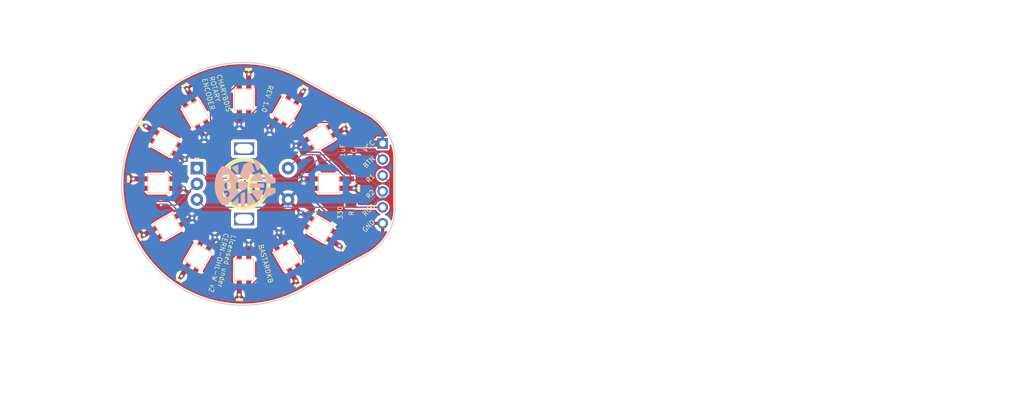
<source format=kicad_pcb>
(kicad_pcb (version 20211014) (generator pcbnew)
  (title_block (title "BastardKB Blackpill Holder") (date "2022-01-20") (rev "1.2"))
  (layers (0 "F.Cu" signal) (31 "B.Cu" signal) (34 "B.Paste" user) (35 "F.Paste" user) (36 "B.SilkS" user "B.Silkscreen") (37 "F.SilkS" user "F.Silkscreen") (38 "B.Mask" user) (39 "F.Mask" user) (44 "Edge.Cuts" user))
  (net 0 "")
  (net 1 "Vcc")
  (net 2 "Gnd")
  (net 3 "Net-(D1-Pad3)")
  (net 4 "Net-(D1-Pad1)")
  (net 5 "Net-(D3-Pad1)")
  (net 6 "rgb")
  (net 7 "Net-(D7-Pad1)")
  (net 8 "Net-(D12-Pad1)")
  (net 9 "Net-(D8-Pad1)")
  (net 10 "Net-(D11-Pad3)")
  (net 11 "Net-(D2-Pad1)")
  (net 12 "Net-(D2-Pad3)")
  (net 13 "Net-(D4-Pad1)")
  (net 14 "Net-(D10-Pad3)")
  (net 15 "Net-(D10-Pad1)")
  (net 16 "button")
  (net 17 "r1")
  (net 18 "r2")
  (footprint "Library:YS-SK6812MINI-E" (layer "F.Cu") (at 40.4 50.4 -150)
    (fp_text reference "D12" hide)
    (fp_text value "SK6812MINI")
    (fp_line (start -1.7 -1.5) (end -1.7 1.5) (layer "Edge.Cuts") (width 0.12))
    (fp_line (start 1.7 1.5) (end 1.7 -1.5) (layer "Edge.Cuts") (width 0.12))
    (fp_line (start 1.7 -1.5) (end -1.7 -1.5) (layer "Edge.Cuts") (width 0.12))
    (fp_line (start -1.7 1.5) (end 1.7 1.5) (layer "Edge.Cuts") (width 0.12))
    (pad "1" smd rect (at 2.8 -0.75 210) (size 2.4 0.82) (layers "F.Cu" "F.Paste" "F.Mask") (net 8 "Net-(D12-Pad1)"))
    (pad "2" thru_hole circle (at 4 0.75 210) (size 0.8 0.8) (drill 0.4) (layers *.Cu *.Mask) (net 2 "Gnd"))
    (pad "2" smd rect (at 2.8 0.75 210) (size 2.4 0.82) (layers "F.Cu" "F.Paste" "F.Mask") (net 2 "Gnd"))
    (pad "3" smd rect (at -2.8 0.75 210) (size 2.4 0.82) (layers "F.Cu" "F.Paste" "F.Mask") (net 15 "Net-(D10-Pad1)"))
    (pad "4" thru_hole circle (at -4 -0.75 210) (size 0.8 0.8) (drill 0.4) (layers *.Cu *.Mask) (net 1 "Vcc"))
    (pad "4" smd rect (at -2.8 -0.75 210) (size 2.4 0.82) (layers "F.Cu" "F.Paste" "F.Mask") (net 1 "Vcc"))
  )
  (footprint "Library:RotaryEncoder_Alps_EC11E-Switch_Vertical_H20mm" (layer "F.Cu") (at 52.5 43.6)
    (fp_text reference "SW1" hide)
    (fp_text value "RotaryEncoder_Switch")
    (pad "A" thru_hole rect locked (at -7.5 -2.5) (size 2 2) (drill 1) (layers *.Cu *.Mask) (net 18 "r2"))
    (pad "B" thru_hole circle locked (at -7.5 2.5) (size 2 2) (drill 1) (layers *.Cu *.Mask) (net 17 "r1"))
    (pad "C" thru_hole circle locked (at -7.5 0) (size 2 2) (drill 1) (layers *.Cu *.Mask) (net 2 "Gnd"))
    (pad "MP" thru_hole rect locked (at 0 -5.6) (size 3.2 2) (drill oval 2.8 1.5) (layers *.Cu *.Mask))
    (pad "MP" thru_hole rect locked (at 0 5.6) (size 3.2 2) (drill oval 2.8 1.5) (layers *.Cu *.Mask))
    (pad "S1" thru_hole circle locked (at 7 2.5) (size 2 2) (drill 1) (layers *.Cu *.Mask) (net 1 "Vcc"))
    (pad "S2" thru_hole circle locked (at 7 -2.5) (size 2 2) (drill 1) (layers *.Cu *.Mask) (net 16 "button"))
  )
  (footprint "LOGO" (layer "F.Cu") (at 52.55 43.58)
    (fp_text reference "G***" hide)
    (fp_text value "LOGO" hide)
  )
  (footprint "Library:YS-SK6812MINI-E" (layer "F.Cu") (at 64.6 36.2 30)
    (fp_text reference "D3" hide)
    (fp_text value "SK6812MINI")
    (fp_line (start 1.7 1.5) (end 1.7 -1.5) (layer "Edge.Cuts") (width 0.12))
    (fp_line (start 1.7 -1.5) (end -1.7 -1.5) (layer "Edge.Cuts") (width 0.12))
    (fp_line (start -1.7 1.5) (end 1.7 1.5) (layer "Edge.Cuts") (width 0.12))
    (fp_line (start -1.7 -1.5) (end -1.7 1.5) (layer "Edge.Cuts") (width 0.12))
    (pad "1" smd rect (at 2.8 -0.75 30) (size 2.4 0.82) (layers "F.Cu" "F.Paste" "F.Mask") (net 5 "Net-(D3-Pad1)"))
    (pad "2" thru_hole circle (at 4 0.75 30) (size 0.8 0.8) (drill 0.4) (layers *.Cu *.Mask) (net 2 "Gnd"))
    (pad "2" smd rect (at 2.8 0.75 30) (size 2.4 0.82) (layers "F.Cu" "F.Paste" "F.Mask") (net 2 "Gnd"))
    (pad "3" smd rect (at -2.8 0.75 30) (size 2.4 0.82) (layers "F.Cu" "F.Paste" "F.Mask") (net 4 "Net-(D1-Pad1)"))
    (pad "4" smd rect (at -2.8 -0.75 30) (size 2.4 0.82) (layers "F.Cu" "F.Paste" "F.Mask") (net 1 "Vcc"))
    (pad "4" thru_hole circle (at -4 -0.75 30) (size 0.8 0.8) (drill 0.4) (layers *.Cu *.Mask) (net 1 "Vcc"))
  )
  (footprint "Library:YS-SK6812MINI-E" (layer "F.Cu") (at 45.2 55.2 -120)
    (fp_text reference "D7" hide)
    (fp_text value "SK6812MINI")
    (fp_line (start 1.7 -1.5) (end -1.7 -1.5) (layer "Edge.Cuts") (width 0.12))
    (fp_line (start -1.7 -1.5) (end -1.7 1.5) (layer "Edge.Cuts") (width 0.12))
    (fp_line (start 1.7 1.5) (end 1.7 -1.5) (layer "Edge.Cuts") (width 0.12))
    (fp_line (start -1.7 1.5) (end 1.7 1.5) (layer "Edge.Cuts") (width 0.12))
    (pad "1" smd rect (at 2.8 -0.75 240) (size 2.4 0.82) (layers "F.Cu" "F.Paste" "F.Mask") (net 7 "Net-(D7-Pad1)"))
    (pad "2" smd rect (at 2.8 0.75 240) (size 2.4 0.82) (layers "F.Cu" "F.Paste" "F.Mask") (net 2 "Gnd"))
    (pad "2" thru_hole circle (at 4 0.75 240) (size 0.8 0.8) (drill 0.4) (layers *.Cu *.Mask) (net 2 "Gnd"))
    (pad "3" smd rect (at -2.8 0.75 240) (size 2.4 0.82) (layers "F.Cu" "F.Paste" "F.Mask") (net 8 "Net-(D12-Pad1)"))
    (pad "4" smd rect (at -2.8 -0.75 240) (size 2.4 0.82) (layers "F.Cu" "F.Paste" "F.Mask") (net 1 "Vcc"))
    (pad "4" thru_hole circle (at -4 -0.75 240) (size 0.8 0.8) (drill 0.4) (layers *.Cu *.Mask) (net 1 "Vcc"))
  )
  (footprint "LOGO" (layer "F.Cu") (at 52.55 43.58)
    (fp_text reference "G***" hide)
    (fp_text value "LOGO" hide)
  )
  (footprint "Capacitor_SMD:C_1206_3216Metric_Pad1.33x1.80mm_HandSolder" (layer "F.Cu") (at 70 38.4 -90)
    (fp_text reference "C" (at 0 0 90) (layer "F.SilkS") (effects (font (size 0.75 0.75) (thickness 0.1))))
    (fp_text value "1u")
    (pad "1" smd roundrect (at -1.5625 0 270) (size 1.325 1.8) (layers "F.Cu" "F.Paste" "F.Mask") (roundrect_rratio 0.188679) (net 1 "Vcc"))
    (pad "2" smd roundrect (at 1.5625 0 270) (size 1.325 1.8) (layers "F.Cu" "F.Paste" "F.Mask") (roundrect_rratio 0.188679) (net 2 "Gnd"))
  )
  (footprint "Library:YS-SK6812MINI-E" (layer "F.Cu") (at 39.975658 37.08 150)
    (fp_text reference "D6" hide)
    (fp_text value "SK6812MINI")
    (fp_line (start -1.7 -1.5) (end -1.7 1.5) (layer "Edge.Cuts") (width 0.12))
    (fp_line (start -1.7 1.5) (end 1.7 1.5) (layer "Edge.Cuts") (width 0.12))
    (fp_line (start 1.7 1.5) (end 1.7 -1.5) (layer "Edge.Cuts") (width 0.12))
    (fp_line (start 1.7 -1.5) (end -1.7 -1.5) (layer "Edge.Cuts") (width 0.12))
    (pad "1" smd rect (at 2.8 -0.75 150) (size 2.4 0.82) (layers "F.Cu" "F.Paste" "F.Mask") (net 14 "Net-(D10-Pad3)"))
    (pad "2" smd rect (at 2.8 0.75 150) (size 2.4 0.82) (layers "F.Cu" "F.Paste" "F.Mask") (net 2 "Gnd"))
    (pad "2" thru_hole circle (at 4 0.75 150) (size 0.8 0.8) (drill 0.4) (layers *.Cu *.Mask) (net 2 "Gnd"))
    (pad "3" smd rect (at -2.8 0.75 150) (size 2.4 0.82) (layers "F.Cu" "F.Paste" "F.Mask") (net 13 "Net-(D4-Pad1)"))
    (pad "4" smd rect (at -2.8 -0.75 150) (size 2.4 0.82) (layers "F.Cu" "F.Paste" "F.Mask") (net 1 "Vcc"))
    (pad "4" thru_hole circle (at -4 -0.75 150) (size 0.8 0.8) (drill 0.4) (layers *.Cu *.Mask) (net 1 "Vcc"))
  )
  (footprint "Library:YS-SK6812MINI-E" (layer "F.Cu") (at 44.8 32.4 120)
    (fp_text reference "D4" hide)
    (fp_text value "SK6812MINI")
    (fp_line (start -1.7 -1.5) (end -1.7 1.5) (layer "Edge.Cuts") (width 0.12))
    (fp_line (start -1.7 1.5) (end 1.7 1.5) (layer "Edge.Cuts") (width 0.12))
    (fp_line (start 1.7 -1.5) (end -1.7 -1.5) (layer "Edge.Cuts") (width 0.12))
    (fp_line (start 1.7 1.5) (end 1.7 -1.5) (layer "Edge.Cuts") (width 0.12))
    (pad "1" smd rect (at 2.8 -0.75 120) (size 2.4 0.82) (layers "F.Cu" "F.Paste" "F.Mask") (net 13 "Net-(D4-Pad1)"))
    (pad "2" smd rect (at 2.8 0.75 120) (size 2.4 0.82) (layers "F.Cu" "F.Paste" "F.Mask") (net 2 "Gnd"))
    (pad "2" thru_hole circle (at 4 0.75 120) (size 0.8 0.8) (drill 0.4) (layers *.Cu *.Mask) (net 2 "Gnd"))
    (pad "3" smd rect (at -2.8 0.75 120) (size 2.4 0.82) (layers "F.Cu" "F.Paste" "F.Mask") (net 11 "Net-(D2-Pad1)"))
    (pad "4" thru_hole circle (at -4 -0.75 120) (size 0.8 0.8) (drill 0.4) (layers *.Cu *.Mask) (net 1 "Vcc"))
    (pad "4" smd rect (at -2.8 -0.75 120) (size 2.4 0.82) (layers "F.Cu" "F.Paste" "F.Mask") (net 1 "Vcc"))
  )
  (footprint "Library:YS-SK6812MINI-E" (layer "F.Cu") (at 59.2 32 60)
    (fp_text reference "D5" hide)
    (fp_text value "SK6812MINI")
    (fp_line (start -1.7 -1.5) (end -1.7 1.5) (layer "Edge.Cuts") (width 0.12))
    (fp_line (start -1.7 1.5) (end 1.7 1.5) (layer "Edge.Cuts") (width 0.12))
    (fp_line (start 1.7 -1.5) (end -1.7 -1.5) (layer "Edge.Cuts") (width 0.12))
    (fp_line (start 1.7 1.5) (end 1.7 -1.5) (layer "Edge.Cuts") (width 0.12))
    (pad "1" smd rect (at 2.8 -0.75 60) (size 2.4 0.82) (layers "F.Cu" "F.Paste" "F.Mask") (net 12 "Net-(D2-Pad3)"))
    (pad "2" smd rect (at 2.8 0.75 60) (size 2.4 0.82) (layers "F.Cu" "F.Paste" "F.Mask") (net 2 "Gnd"))
    (pad "2" thru_hole circle (at 4 0.75 60) (size 0.8 0.8) (drill 0.4) (layers *.Cu *.Mask) (net 2 "Gnd"))
    (pad "3" smd rect (at -2.8 0.75 60) (size 2.4 0.82) (layers "F.Cu" "F.Paste" "F.Mask") (net 5 "Net-(D3-Pad1)"))
    (pad "4" smd rect (at -2.8 -0.75 60) (size 2.4 0.82) (layers "F.Cu" "F.Paste" "F.Mask") (net 1 "Vcc"))
    (pad "4" thru_hole circle (at -4 -0.75 60) (size 0.8 0.8) (drill 0.4) (layers *.Cu *.Mask) (net 1 "Vcc"))
  )
  (footprint "Library:YS-SK6812MINI-E" (layer "F.Cu") (at 38.870582 43.56 180)
    (fp_text reference "D10" hide)
    (fp_text value "SK6812MINI")
    (fp_line (start -1.7 1.5) (end 1.7 1.5) (layer "Edge.Cuts") (width 0.12))
    (fp_line (start -1.7 -1.5) (end -1.7 1.5) (layer "Edge.Cuts") (width 0.12))
    (fp_line (start 1.7 1.5) (end 1.7 -1.5) (layer "Edge.Cuts") (width 0.12))
    (fp_line (start 1.7 -1.5) (end -1.7 -1.5) (layer "Edge.Cuts") (width 0.12))
    (pad "1" smd rect (at 2.8 -0.75 180) (size 2.4 0.82) (layers "F.Cu" "F.Paste" "F.Mask") (net 15 "Net-(D10-Pad1)"))
    (pad "2" thru_hole circle (at 4 0.75 180) (size 0.8 0.8) (drill 0.4) (layers *.Cu *.Mask) (net 2 "Gnd"))
    (pad "2" smd rect (at 2.8 0.75 180) (size 2.4 0.82) (layers "F.Cu" "F.Paste" "F.Mask") (net 2 "Gnd"))
    (pad "3" smd rect (at -2.8 0.75 180) (size 2.4 0.82) (layers "F.Cu" "F.Paste" "F.Mask") (net 14 "Net-(D10-Pad3)"))
    (pad "4" thru_hole circle (at -4 -0.75 180) (size 0.8 0.8) (drill 0.4) (layers *.Cu *.Mask) (net 1 "Vcc"))
    (pad "4" smd rect (at -2.8 -0.75 180) (size 2.4 0.82) (layers "F.Cu" "F.Paste" "F.Mask") (net 1 "Vcc"))
  )
  (footprint "Library:6_PinHeader" (layer "F.Cu") (at 74.55 43.6)
    (fp_text reference "J2" hide)
    (fp_text value "Conn_01x06_Female")
    (pad "1" thru_hole rect locked (at 0 -6.42) (size 1.7 1.7) (drill 1) (layers *.Cu *.Mask) (net 1 "Vcc"))
    (pad "2" thru_hole oval locked (at 0 -3.88) (size 1.7 1.7) (drill 1) (layers *.Cu *.Mask) (net 16 "button"))
    (pad "3" thru_hole oval locked (at 0 -1.34) (size 1.7 1.7) (drill 1) (layers *.Cu *.Mask) (net 17 "r1"))
    (pad "4" thru_hole oval locked (at 0 1.2) (size 1.7 1.7) (drill 1) (layers *.Cu *.Mask) (net 18 "r2"))
    (pad "5" thru_hole oval locked (at 0 3.74) (size 1.7 1.7) (drill 1) (layers *.Cu *.Mask) (net 6 "rgb"))
    (pad "6" thru_hole oval locked (at 0 6.28) (size 1.7 1.7) (drill 1) (layers *.Cu *.Mask) (net 2 "Gnd"))
  )
  (footprint "Library:YS-SK6812MINI-E" (layer "F.Cu") (at 52.49 30.155088 90)
    (fp_text reference "D2" hide)
    (fp_text value "SK6812MINI")
    (fp_line (start 1.7 -1.5) (end -1.7 -1.5) (layer "Edge.Cuts") (width 0.12))
    (fp_line (start 1.7 1.5) (end 1.7 -1.5) (layer "Edge.Cuts") (width 0.12))
    (fp_line (start -1.7 -1.5) (end -1.7 1.5) (layer "Edge.Cuts") (width 0.12))
    (fp_line (start -1.7 1.5) (end 1.7 1.5) (layer "Edge.Cuts") (width 0.12))
    (pad "1" smd rect (at 2.8 -0.75 90) (size 2.4 0.82) (layers "F.Cu" "F.Paste" "F.Mask") (net 11 "Net-(D2-Pad1)"))
    (pad "2" thru_hole circle (at 4 0.75 90) (size 0.8 0.8) (drill 0.4) (layers *.Cu *.Mask) (net 2 "Gnd"))
    (pad "2" smd rect (at 2.8 0.75 90) (size 2.4 0.82) (layers "F.Cu" "F.Paste" "F.Mask") (net 2 "Gnd"))
    (pad "3" smd rect (at -2.8 0.75 90) (size 2.4 0.82) (layers "F.Cu" "F.Paste" "F.Mask") (net 12 "Net-(D2-Pad3)"))
    (pad "4" thru_hole circle (at -4 -0.75 90) (size 0.8 0.8) (drill 0.4) (layers *.Cu *.Mask) (net 1 "Vcc"))
    (pad "4" smd rect (at -2.8 -0.75 90) (size 2.4 0.82) (layers "F.Cu" "F.Paste" "F.Mask") (net 1 "Vcc"))
  )
  (footprint "Library:YS-SK6812MINI-E" (layer "F.Cu") (at 59.4 55.2 -60)
    (fp_text reference "D9" hide)
    (fp_text value "SK6812MINI")
    (fp_line (start -1.7 1.5) (end 1.7 1.5) (layer "Edge.Cuts") (width 0.12))
    (fp_line (start 1.7 -1.5) (end -1.7 -1.5) (layer "Edge.Cuts") (width 0.12))
    (fp_line (start -1.7 -1.5) (end -1.7 1.5) (layer "Edge.Cuts") (width 0.12))
    (fp_line (start 1.7 1.5) (end 1.7 -1.5) (layer "Edge.Cuts") (width 0.12))
    (pad "1" smd rect (at 2.8 -0.75 300) (size 2.4 0.82) (layers "F.Cu" "F.Paste" "F.Mask") (net 10 "Net-(D11-Pad3)"))
    (pad "2" smd rect (at 2.8 0.75 300) (size 2.4 0.82) (layers "F.Cu" "F.Paste" "F.Mask") (net 2 "Gnd"))
    (pad "2" thru_hole circle (at 4 0.75 300) (size 0.8 0.8) (drill 0.4) (layers *.Cu *.Mask) (net 2 "Gnd"))
    (pad "3" smd rect (at -2.8 0.75 300) (size 2.4 0.82) (layers "F.Cu" "F.Paste" "F.Mask") (net 9 "Net-(D8-Pad1)"))
    (pad "4" thru_hole circle (at -4 -0.75 300) (size 0.8 0.8) (drill 0.4) (layers *.Cu *.Mask) (net 1 "Vcc"))
    (pad "4" smd rect (at -2.8 -0.75 300) (size 2.4 0.82) (layers "F.Cu" "F.Paste" "F.Mask") (net 1 "Vcc"))
  )
  (footprint "Library:YS-SK6812MINI-E" (layer "F.Cu") (at 65.98119 43.56)
    (fp_text reference "D1" hide)
    (fp_text value "SK6812MINI")
    (fp_line (start 1.7 -1.5) (end -1.7 -1.5) (layer "Edge.Cuts") (width 0.12))
    (fp_line (start -1.7 -1.5) (end -1.7 1.5) (layer "Edge.Cuts") (width 0.12))
    (fp_line (start 1.7 1.5) (end 1.7 -1.5) (layer "Edge.Cuts") (width 0.12))
    (fp_line (start -1.7 1.5) (end 1.7 1.5) (layer "Edge.Cuts") (width 0.12))
    (pad "1" smd rect (at 2.8 -0.75) (size 2.4 0.82) (layers "F.Cu" "F.Paste" "F.Mask") (net 4 "Net-(D1-Pad1)"))
    (pad "2" thru_hole circle (at 4 0.75) (size 0.8 0.8) (drill 0.4) (layers *.Cu *.Mask) (net 2 "Gnd"))
    (pad "2" smd rect (at 2.8 0.75) (size 2.4 0.82) (layers "F.Cu" "F.Paste" "F.Mask") (net 2 "Gnd"))
    (pad "3" smd rect (at -2.8 0.75) (size 2.4 0.82) (layers "F.Cu" "F.Paste" "F.Mask") (net 3 "Net-(D1-Pad3)"))
    (pad "4" thru_hole circle (at -4 -0.75) (size 0.8 0.8) (drill 0.4) (layers *.Cu *.Mask) (net 1 "Vcc"))
    (pad "4" smd rect (at -2.8 -0.75) (size 2.4 0.82) (layers "F.Cu" "F.Paste" "F.Mask") (net 1 "Vcc"))
  )
  (footprint "Library:YS-SK6812MINI-E" (layer "F.Cu") (at 52.49 57.265695 -90)
    (fp_text reference "D8" hide)
    (fp_text value "SK6812MINI")
    (fp_line (start 1.7 -1.5) (end -1.7 -1.5) (layer "Edge.Cuts") (width 0.12))
    (fp_line (start -1.7 1.5) (end 1.7 1.5) (layer "Edge.Cuts") (width 0.12))
    (fp_line (start -1.7 -1.5) (end -1.7 1.5) (layer "Edge.Cuts") (width 0.12))
    (fp_line (start 1.7 1.5) (end 1.7 -1.5) (layer "Edge.Cuts") (width 0.12))
    (pad "1" smd rect (at 2.8 -0.75 270) (size 2.4 0.82) (layers "F.Cu" "F.Paste" "F.Mask") (net 9 "Net-(D8-Pad1)"))
    (pad "2" thru_hole circle (at 4 0.75 270) (size 0.8 0.8) (drill 0.4) (layers *.Cu *.Mask) (net 2 "Gnd"))
    (pad "2" smd rect (at 2.8 0.75 270) (size 2.4 0.82) (layers "F.Cu" "F.Paste" "F.Mask") (net 2 "Gnd"))
    (pad "3" smd rect (at -2.8 0.75 270) (size 2.4 0.82) (layers "F.Cu" "F.Paste" "F.Mask") (net 7 "Net-(D7-Pad1)"))
    (pad "4" smd rect (at -2.8 -0.75 270) (size 2.4 0.82) (layers "F.Cu" "F.Paste" "F.Mask") (net 1 "Vcc"))
    (pad "4" thru_hole circle (at -4 -0.75 270) (size 0.8 0.8) (drill 0.4) (layers *.Cu *.Mask) (net 1 "Vcc"))
  )
  (footprint "Resistor_SMD:R_1206_3216Metric_Pad1.30x1.75mm_HandSolder" (layer "F.Cu") (at 69.5 48.3 90)
    (fp_text reference "R" (at 0 0.1 90) (layer "F.SilkS") (effects (font (size 0.75 0.75) (thickness 0.1))))
    (fp_text value "R")
    (pad "1" smd roundrect (at -1.55 0 90) (size 1.3 1.75) (layers "F.Cu" "F.Paste" "F.Mask") (roundrect_rratio 0.192308) (net 3 "Net-(D1-Pad3)"))
    (pad "2" smd roundrect (at 1.55 0 90) (size 1.3 1.75) (layers "F.Cu" "F.Paste" "F.Mask") (roundrect_rratio 0.192308) (net 6 "rgb"))
  )
  (footprint "Library:YS-SK6812MINI-E" (layer "F.Cu") (at 64.6 50.8 -30)
    (fp_text reference "D11" hide)
    (fp_text value "SK6812MINI")
    (fp_line (start -1.7 1.5) (end 1.7 1.5) (layer "Edge.Cuts") (width 0.12))
    (fp_line (start -1.7 -1.5) (end -1.7 1.5) (layer "Edge.Cuts") (width 0.12))
    (fp_line (start 1.7 1.5) (end 1.7 -1.5) (layer "Edge.Cuts") (width 0.12))
    (fp_line (start 1.7 -1.5) (end -1.7 -1.5) (layer "Edge.Cuts") (width 0.12))
    (pad "1" smd rect (at 2.8 -0.75 330) (size 2.4 0.82) (layers "F.Cu" "F.Paste" "F.Mask"))
    (pad "2" thru_hole circle (at 4 0.75 330) (size 0.8 0.8) (drill 0.4) (layers *.Cu *.Mask) (net 2 "Gnd"))
    (pad "2" smd rect (at 2.8 0.75 330) (size 2.4 0.82) (layers "F.Cu" "F.Paste" "F.Mask") (net 2 "Gnd"))
    (pad "3" smd rect (at -2.8 0.75 330) (size 2.4 0.82) (layers "F.Cu" "F.Paste" "F.Mask") (net 10 "Net-(D11-Pad3)"))
    (pad "4" smd rect (at -2.8 -0.75 330) (size 2.4 0.82) (layers "F.Cu" "F.Paste" "F.Mask") (net 1 "Vcc"))
    (pad "4" thru_hole circle (at -4 -0.75 330) (size 0.8 0.8) (drill 0.4) (layers *.Cu *.Mask) (net 1 "Vcc"))
  )
  (footprint "LOGO" (layer "B.Cu") (at 52.3 43.870633 45)
    (fp_text reference "G***" hide)
    (fp_text value "LOGO" hide)
  )
  (gr_line locked (start 72.5 54.6) (end 62.75 59.85) (layer "Edge.Cuts") (width 0.2))
  (gr_line locked (start 62.75 27.35) (end 72.5 32.6) (layer "Edge.Cuts") (width 0.2))
  (gr_arc locked (start 33.049743 43.6) (mid 43.083703 26.67245) (end 62.75 27.35) (layer "Edge.Cuts") (width 0.2))
  (gr_arc locked (start 62.75 59.85) (mid 43.083703 60.52755) (end 33.049743 43.6) (layer "Edge.Cuts") (width 0.2))
  (gr_arc locked (start 76.5 48.1) (mid 75.251723 51.812599) (end 72.5 54.6) (layer "Edge.Cuts") (width 0.2))
  (gr_arc locked (start 72.5 32.6) (mid 75.251723 35.387401) (end 76.5 39.1) (layer "Edge.Cuts") (width 0.2))
  (gr_line locked (start 76.5 39.1) (end 76.5 48.1) (layer "Edge.Cuts") (width 0.2))
  (gr_text "Licensed under\nCERN-OHL-W v2" (at 50.3 51.55 -105) (layer "F.SilkS") (effects (font (size 0.75 0.75) (thickness 0.1)) (justify left)))
  (gr_text "R1" (at 72.6 42.7 45) (layer "F.SilkS") (effects (font (size 0.75 0.75) (thickness 0.1))))
  (gr_text "GND" (at 72.309581 50.320001 45) (layer "F.SilkS") (effects (font (size 0.75 0.75) (thickness 0.1))))
  (gr_text "BTN" (at 72.372715 40.160001 45) (layer "F.SilkS") (effects (font (size 0.75 0.75) (thickness 0.1))))
  (gr_text "BASTARDKB" (at 55.95 56.3 285) (layer "F.SilkS") (effects (font (size 0.75 0.75) (thickness 0.1))))
  (gr_text "330" (at 67.8 48.2 90) (layer "F.SilkS") (effects (font (size 0.75 0.75) (thickness 0.1))))
  (gr_text "CHARYBDIS \nROTARY \nENCODER" (at 47.3 26.45 285) (layer "F.SilkS") (effects (font (size 0.75 0.75) (thickness 0.1)) (justify left)))
  (gr_text "VCC" (at 72.360088 37.620001 45) (layer "F.SilkS") (effects (font (size 0.75 0.75) (thickness 0.1))))
  (gr_text "1uF" (at 68.2 38.3 90) (layer "F.SilkS") (effects (font (size 0.75 0.75) (thickness 0.1))))
  (gr_text "R2" (at 72.6 45.24 45) (layer "F.SilkS") (effects (font (size 0.75 0.75) (thickness 0.1))))
  (gr_text "RGB" (at 72.322208 47.78 45) (layer "F.SilkS") (effects (font (size 0.75 0.75) (thickness 0.1))))
  (gr_text "REV 1.0" (at 56.2 30.05 255) (layer "F.SilkS") (effects (font (size 0.75 0.75) (thickness 0.1))))
  (segment (start 70.3425 37.18) (end 70 36.8375) (width 1) (layer "F.Cu") (net 1))
  (segment (start 74.55 37.18) (end 70.3425 37.18) (width 1) (layer "F.Cu") (net 1))
  (via (at 39.3 47) (size 0.6096) (drill 0.3048) (layers "F.Cu" "B.Cu") (net 2))
  (segment (start 41.6 47) (end 39.3 47) (width 0.25) (layer "B.Cu") (net 2))
  (segment (start 45 43.6) (end 41.6 47) (width 0.25) (layer "B.Cu") (net 2))
  (segment (start 69.5 49.85) (end 67.25 49.85) (width 0.25) (layer "F.Cu") (net 3))
  (segment (start 63.18119 45.78119) (end 63.18119 44.31) (width 0.25) (layer "F.Cu") (net 3))
  (segment (start 67.25 49.85) (end 63.18119 45.78119) (width 0.25) (layer "F.Cu") (net 3))
  (segment (start 62.865476 38.564866) (end 62.550129 38.249519) (width 0.2032) (layer "F.Cu") (net 4))
  (segment (start 64.536056 38.564866) (end 62.865476 38.564866) (width 0.2032) (layer "F.Cu") (net 4))
  (segment (start 68.78119 42.81) (end 64.536056 38.564866) (width 0.2032) (layer "F.Cu") (net 4))
  (segment (start 66.334524 33.835134) (end 60.364866 33.835134) (width 0.2032) (layer "F.Cu") (net 5))
  (segment (start 59.400129 34.799871) (end 58.449519 34.799871) (width 0.2032) (layer "F.Cu") (net 5))
  (segment (start 66.649871 34.150481) (end 66.334524 33.835134) (width 0.2032) (layer "F.Cu") (net 5))
  (segment (start 60.364866 33.835134) (end 59.400129 34.799871) (width 0.2032) (layer "F.Cu") (net 5))
  (segment (start 69.5 46.75) (end 70.09 47.34) (width 0.25) (layer "F.Cu") (net 6))
  (segment (start 70.09 47.34) (end 74.55 47.34) (width 0.25) (layer "F.Cu") (net 6))
  (segment (start 44.449519 57.999871) (end 47.000129 57.999871) (width 0.2032) (layer "F.Cu") (net 7))
  (segment (start 50.534305 54.465695) (end 51.74 54.465695) (width 0.2032) (layer "F.Cu") (net 7))
  (segment (start 47.000129 57.999871) (end 50.534305 54.465695) (width 0.2032) (layer "F.Cu") (net 7))
  (segment (start 45.950481 52.400129) (end 42.599871 52.400129) (width 0.2032) (layer "F.Cu") (net 8))
  (segment (start 38.350129 52.449519) (end 39.90061 54) (width 0.2032) (layer "F.Cu") (net 8))
  (segment (start 39.90061 54) (end 41 54) (width 0.2032) (layer "F.Cu") (net 8))
  (segment (start 42.599871 52.400129) (end 41 54) (width 0.2032) (layer "F.Cu") (net 8))
  (segment (start 53.24 60.065695) (end 53.334305 60.065695) (width 0.2032) (layer "F.Cu") (net 9))
  (segment (start 55.8 57.6) (end 55.8 54.70061) (width 0.2032) (layer "F.Cu") (net 9))
  (segment (start 53.334305 60.065695) (end 55.8 57.6) (width 0.2032) (layer "F.Cu") (net 9))
  (segment (start 55.8 54.70061) (end 57.350481 53.150129) (width 0.2032) (layer "F.Cu") (net 9))
  (segment (start 61.800129 52.999871) (end 61.800129 50.049519) (width 0.2032) (layer "F.Cu") (net 10))
  (segment (start 61.449519 57.249871) (end 61.8 56.89939) (width 0.2032) (layer "F.Cu") (net 10))
  (segment (start 61.8 53) (end 61.800129 52.999871) (width 0.2032) (layer "F.Cu") (net 10))
  (segment (start 61.8 56.89939) (end 61.8 53) (width 0.2032) (layer "F.Cu") (net 10))
  (segment (start 47.164866 31.995796) (end 47.164866 34.134524) (width 0.2032) (layer "F.Cu") (net 11))
  (segment (start 51.74 27.355088) (end 51.74 27.420662) (width 0.2032) (layer "F.Cu") (net 11))
  (segment (start 47.164866 34.134524) (end 46.849519 34.449871) (width 0.2032) (layer "F.Cu") (net 11))
  (segment (start 51.74 27.420662) (end 47.164866 31.995796) (width 0.2032) (layer "F.Cu") (net 11))
  (segment (start 59.950481 29.200129) (end 56.994959 29.200129) (width 0.2032) (layer "F.Cu") (net 12))
  (segment (start 56.994959 29.200129) (end 53.24 32.955088) (width 0.2032) (layer "F.Cu") (net 12))
  (segment (start 41.2 31.90061) (end 42.750481 30.350129) (width 0.2032) (layer "F.Cu") (net 13))
  (segment (start 42.775529 35.975529) (end 41.2 34.4) (width 0.2032) (layer "F.Cu") (net 13))
  (segment (start 42.775529 37.830481) (end 42.775529 35.975529) (width 0.2032) (layer "F.Cu") (net 13))
  (segment (start 41.2 34.4) (end 41.2 31.90061) (width 0.2032) (layer "F.Cu") (net 13))
  (segment (start 37.175787 38.315205) (end 41.670582 42.81) (width 0.2032) (layer "F.Cu") (net 14))
  (segment (start 37.175787 36.329519) (end 37.175787 38.315205) (width 0.2032) (layer "F.Cu") (net 14))
  (segment (start 40.49939 46.4) (end 42.449871 48.350481) (width 0.2032) (layer "F.Cu") (net 15))
  (segment (start 36.070582 45.270582) (end 37.2 46.4) (width 0.2032) (layer "F.Cu") (net 15))
  (segment (start 36.070582 44.31) (end 36.070582 45.270582) (width 0.2032) (layer "F.Cu") (net 15))
  (segment (start 37.2 46.4) (end 40.49939 46.4) (width 0.2032) (layer "F.Cu") (net 15))
  (segment (start 67.495515 38.423489) (end 73.253489 38.423489) (width 0.2) (layer "B.Cu") (net 16))
  (segment (start 66.923489 38.995515) (end 67.495515 38.423489) (width 0.2) (layer "B.Cu") (net 16))
  (segment (start 61.604485 38.995515) (end 66.923489 38.995515) (width 0.2) (layer "B.Cu") (net 16))
  (segment (start 59.5 41.1) (end 61.604485 38.995515) (width 0.2) (layer "B.Cu") (net 16))
  (segment (start 73.253489 38.423489) (end 74.55 39.72) (width 0.2) (layer "B.Cu") (net 16))
  (segment (start 74.995907 45.876511) (end 75.626511 45.245907) (width 0.2) (layer "B.Cu") (net 17))
  (segment (start 74.104093 45.876511) (end 74.995907 45.876511) (width 0.2) (layer "B.Cu") (net 17))
  (segment (start 72.654093 47.326511) (end 74.104093 45.876511) (width 0.2) (layer "B.Cu") (net 17))
  (segment (start 75.626511 45.245907) (end 75.626511 43.336511) (width 0.2) (layer "B.Cu") (net 17))
  (segment (start 45 46.1) (end 46.226511 47.326511) (width 0.2) (layer "B.Cu") (net 17))
  (segment (start 46.226511 47.326511) (end 72.654093 47.326511) (width 0.2) (layer "B.Cu") (net 17))
  (segment (start 75.626511 43.336511) (end 74.55 42.26) (width 0.2) (layer "B.Cu") (net 17))
  (segment (start 45 41.1) (end 46.6 42.7) (width 0.2) (layer "B.Cu") (net 18))
  (segment (start 72.95 43.2) (end 74.55 44.8) (width 0.2) (layer "B.Cu") (net 18))
  (segment (start 46.6 42.7) (end 61.205169 42.7) (width 0.2) (layer "B.Cu") (net 18))
  (segment (start 66.992493 39.873489) (end 70.319004 43.2) (width 0.2) (layer "B.Cu") (net 18))
  (segment (start 61.205169 42.7) (end 64.03168 39.873489) (width 0.2) (layer "B.Cu") (net 18))
  (segment (start 64.03168 39.873489) (end 66.992493 39.873489) (width 0.2) (layer "B.Cu") (net 18))
  (segment (start 70.319004 43.2) (end 72.95 43.2) (width 0.2) (layer "B.Cu") (net 18))
  (zone (net 2) (net_name "Gnd") (layer "F.Cu") (priority 2) (connect_pads (clearance 0.254)) (min_thickness 0.254) (fill yes (thermal_gap 0.508) (thermal_bridge_width 0.508) (island_removal_mode 1) (island_area_min 1))
    (polygon (pts (xy 81.77 20.68) (xy 79.87 67.8) (xy 17.73 76.09) (xy 23.48 17.59)))
  )
  (zone (net 1) (net_name "Vcc") (layer "F.Cu") (priority 10) (connect_pads (clearance 0.5)) (min_thickness 0.254) (fill yes (thermal_gap 0.508) (thermal_bridge_width 0.508))
    (polygon (pts (xy 54.63 32.14) (xy 57.8 33.21) (xy 58.27 33.45) (xy 59.17 33.96) (xy 59.73 34.37) (xy 60.61 35.05) (xy 61.16 35.61) (xy 61.75 36.33) (xy 62.29 37.02) (xy 62.7 37.67) (xy 63.24 38.78) (xy 63.59 39.54) (xy 63.89 40.44) (xy 64.18 41.33) (xy 64.5 43.21) (xy 64.46 43.77) (xy 64.33 45.37) (xy 64.04 46.6) (xy 63.81 47.54) (xy 63.38 48.65) (xy 62.81 49.78) (xy 62 50.94) (xy 61.32 51.8) (xy 60.53 52.58) (xy 59.81 53.16) (xy 59.12 53.68) (xy 58.14 54.27) (xy 56.83 54.84) (xy 55.67 55.26) (xy 54.29 55.55) (xy 53.43 55.6) (xy 51.92 55.58) (xy 50.95 55.54) (xy 49.79 55.25) (xy 48.72 55.02) (xy 47.64 54.59) (xy 46.88 54.18) (xy 45.87 53.57) (xy 44.87 52.84) (xy 43.97 51.98) (xy 43.28 51.16) (xy 42.49 50.07) (xy 41.91 49.05) (xy 41.55 48.05) (xy 41.28 47.47) (xy 41 46.59) (xy 40.84 45.88) (xy 40.73 44.68) (xy 40.71 43.54) (xy 40.87 41.81) (xy 41.37 39.96) (xy 42.39 37.85) (xy 43.36 36.25) (xy 44.3 35.23) (xy 46.05 33.8) (xy 46.74 33.5) (xy 47.21 33.22) (xy 47.9 32.9) (xy 49.11 32.44) (xy 49.72 32.26) (xy 50.43 32.12) (xy 51.95 31.94)))
  )
  (zone (net 1) (net_name "Vcc") (layer "B.Cu") (priority 10) (connect_pads (clearance 0.5)) (min_thickness 0.254) (fill yes (thermal_gap 0.508) (thermal_bridge_width 0.508) (island_removal_mode 2) (island_area_min 0.5))
    (polygon (pts (xy 88.7 31.01) (xy 84.88 52.64) (xy 41.47 78.97) (xy 13.67 36.54) (xy 65.05 14.35)))
  )
)
</source>
